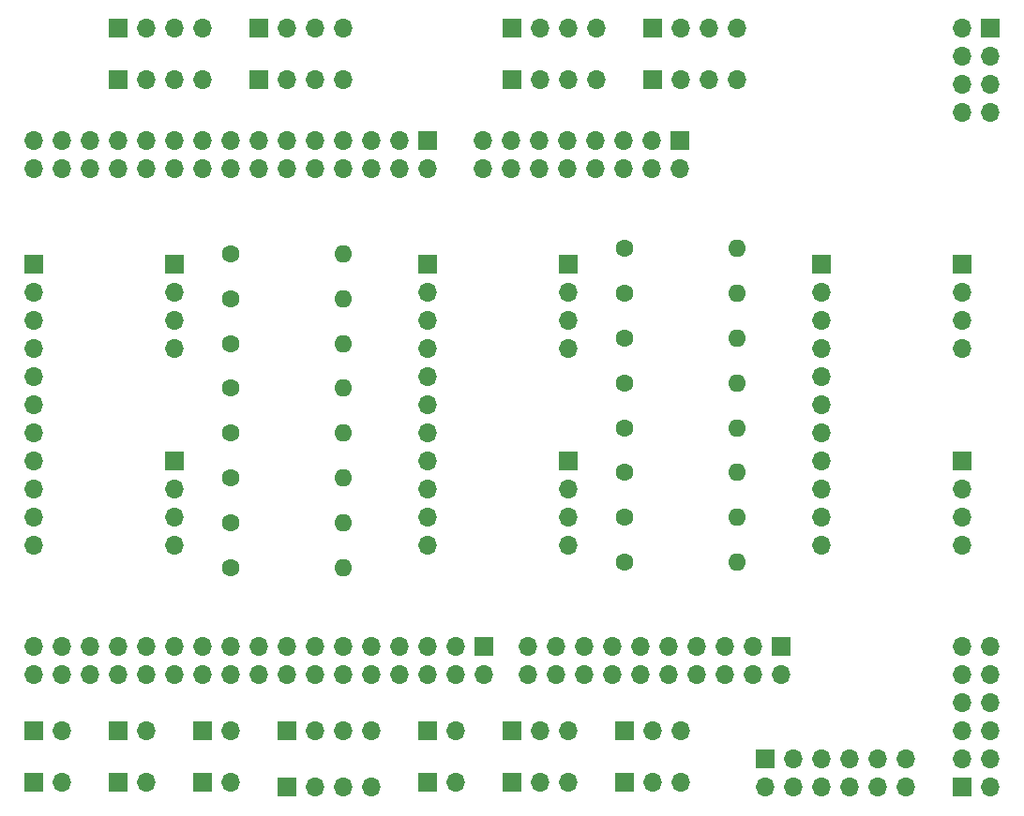
<source format=gts>
G04 #@! TF.GenerationSoftware,KiCad,Pcbnew,8.0.4*
G04 #@! TF.CreationDate,2024-11-25T17:41:29+09:00*
G04 #@! TF.ProjectId,F767ZI_MB_V1.0,46373637-5a49-45f4-9d42-5f56312e302e,rev?*
G04 #@! TF.SameCoordinates,Original*
G04 #@! TF.FileFunction,Soldermask,Top*
G04 #@! TF.FilePolarity,Negative*
%FSLAX46Y46*%
G04 Gerber Fmt 4.6, Leading zero omitted, Abs format (unit mm)*
G04 Created by KiCad (PCBNEW 8.0.4) date 2024-11-25 17:41:29*
%MOMM*%
%LPD*%
G01*
G04 APERTURE LIST*
%ADD10R,1.700000X1.700000*%
%ADD11O,1.700000X1.700000*%
%ADD12C,1.600000*%
%ADD13O,1.600000X1.600000*%
G04 APERTURE END LIST*
D10*
X91440000Y-87386000D03*
D11*
X91440000Y-89926000D03*
X91440000Y-92466000D03*
X91440000Y-95006000D03*
D10*
X162560000Y-105166000D03*
D11*
X162560000Y-107706000D03*
X162560000Y-110246000D03*
X162560000Y-112786000D03*
D10*
X93980000Y-129540000D03*
D11*
X96520000Y-129540000D03*
D10*
X121920000Y-70690000D03*
D11*
X124460000Y-70690000D03*
X127000000Y-70690000D03*
X129540000Y-70690000D03*
D10*
X144780000Y-132080000D03*
D11*
X144780000Y-134620000D03*
X147320000Y-132080000D03*
X147320000Y-134620000D03*
X149860000Y-132080000D03*
X149860000Y-134620000D03*
X152400000Y-132080000D03*
X152400000Y-134620000D03*
X154940000Y-132080000D03*
X154940000Y-134620000D03*
X157480000Y-132080000D03*
X157480000Y-134620000D03*
D12*
X96520000Y-86426000D03*
D13*
X106680000Y-86426000D03*
D10*
X121920000Y-134190000D03*
D11*
X124460000Y-134190000D03*
X127000000Y-134190000D03*
D12*
X96520000Y-102626000D03*
D13*
X106680000Y-102626000D03*
D10*
X134620000Y-66040000D03*
D11*
X137160000Y-66040000D03*
X139700000Y-66040000D03*
X142240000Y-66040000D03*
D10*
X149860000Y-87386000D03*
D11*
X149860000Y-89926000D03*
X149860000Y-92466000D03*
X149860000Y-95006000D03*
X149860000Y-97546000D03*
X149860000Y-100086000D03*
X149860000Y-102626000D03*
X149860000Y-105166000D03*
X149860000Y-107706000D03*
X149860000Y-110246000D03*
X149860000Y-112786000D03*
D10*
X86360000Y-129540000D03*
D11*
X88900000Y-129540000D03*
D10*
X121920000Y-129540000D03*
D11*
X124460000Y-129540000D03*
X127000000Y-129540000D03*
D12*
X132080000Y-106196000D03*
D13*
X142240000Y-106196000D03*
D12*
X132080000Y-98096000D03*
D13*
X142240000Y-98096000D03*
D10*
X114300000Y-134140000D03*
D11*
X116840000Y-134140000D03*
D10*
X162560000Y-134620000D03*
D11*
X165100000Y-134620000D03*
X162560000Y-132080000D03*
X165100000Y-132080000D03*
X162560000Y-129540000D03*
X165100000Y-129540000D03*
X162560000Y-127000000D03*
X165100000Y-127000000D03*
X162560000Y-124460000D03*
X165100000Y-124460000D03*
X162560000Y-121920000D03*
X165100000Y-121920000D03*
D10*
X165100000Y-66040000D03*
D11*
X162560000Y-66040000D03*
X165100000Y-68580000D03*
X162560000Y-68580000D03*
X165100000Y-71120000D03*
X162560000Y-71120000D03*
X165100000Y-73660000D03*
X162560000Y-73660000D03*
D12*
X132080000Y-102146000D03*
D13*
X142240000Y-102146000D03*
D12*
X96520000Y-106676000D03*
D13*
X106680000Y-106676000D03*
D12*
X132080000Y-110246000D03*
D13*
X142240000Y-110246000D03*
D10*
X101600000Y-134620000D03*
D11*
X104140000Y-134620000D03*
X106680000Y-134620000D03*
X109220000Y-134620000D03*
D10*
X101600000Y-129540000D03*
D11*
X104140000Y-129540000D03*
X106680000Y-129540000D03*
X109220000Y-129540000D03*
D10*
X114300000Y-87386000D03*
D11*
X114300000Y-89926000D03*
X114300000Y-92466000D03*
X114300000Y-95006000D03*
X114300000Y-97546000D03*
X114300000Y-100086000D03*
X114300000Y-102626000D03*
X114300000Y-105166000D03*
X114300000Y-107706000D03*
X114300000Y-110246000D03*
X114300000Y-112786000D03*
D10*
X86360000Y-66040000D03*
D11*
X88900000Y-66040000D03*
X91440000Y-66040000D03*
X93980000Y-66040000D03*
D12*
X132080000Y-85946000D03*
D13*
X142240000Y-85946000D03*
D12*
X96520000Y-114776000D03*
D13*
X106680000Y-114776000D03*
D10*
X121920000Y-66040000D03*
D11*
X124460000Y-66040000D03*
X127000000Y-66040000D03*
X129540000Y-66040000D03*
D12*
X96520000Y-98576000D03*
D13*
X106680000Y-98576000D03*
D10*
X99060000Y-70690000D03*
D11*
X101600000Y-70690000D03*
X104140000Y-70690000D03*
X106680000Y-70690000D03*
D10*
X127000000Y-105166000D03*
D11*
X127000000Y-107706000D03*
X127000000Y-110246000D03*
X127000000Y-112786000D03*
D10*
X162560000Y-87386000D03*
D11*
X162560000Y-89926000D03*
X162560000Y-92466000D03*
X162560000Y-95006000D03*
D10*
X134620000Y-70690000D03*
D11*
X137160000Y-70690000D03*
X139700000Y-70690000D03*
X142240000Y-70690000D03*
D10*
X91440000Y-105166000D03*
D11*
X91440000Y-107706000D03*
X91440000Y-110246000D03*
X91440000Y-112786000D03*
D12*
X132080000Y-114296000D03*
D13*
X142240000Y-114296000D03*
D12*
X132080000Y-89996000D03*
D13*
X142240000Y-89996000D03*
D12*
X96520000Y-94526000D03*
D13*
X106680000Y-94526000D03*
D10*
X93980000Y-134190000D03*
D11*
X96520000Y-134190000D03*
D10*
X86360000Y-70690000D03*
D11*
X88900000Y-70690000D03*
X91440000Y-70690000D03*
X93980000Y-70690000D03*
D10*
X132080000Y-129540000D03*
D11*
X134620000Y-129540000D03*
X137160000Y-129540000D03*
D10*
X132080000Y-134190000D03*
D11*
X134620000Y-134190000D03*
X137160000Y-134190000D03*
D10*
X78740000Y-134190000D03*
D11*
X81280000Y-134190000D03*
D10*
X86360000Y-134190000D03*
D11*
X88900000Y-134190000D03*
D12*
X96520000Y-90476000D03*
D13*
X106680000Y-90476000D03*
D10*
X78740000Y-87386000D03*
D11*
X78740000Y-89926000D03*
X78740000Y-92466000D03*
X78740000Y-95006000D03*
X78740000Y-97546000D03*
X78740000Y-100086000D03*
X78740000Y-102626000D03*
X78740000Y-105166000D03*
X78740000Y-107706000D03*
X78740000Y-110246000D03*
X78740000Y-112786000D03*
D10*
X78740000Y-129540000D03*
D11*
X81280000Y-129540000D03*
D10*
X114300000Y-129540000D03*
D11*
X116840000Y-129540000D03*
D10*
X99060000Y-66040000D03*
D11*
X101600000Y-66040000D03*
X104140000Y-66040000D03*
X106680000Y-66040000D03*
D12*
X96520000Y-110726000D03*
D13*
X106680000Y-110726000D03*
D10*
X127000000Y-87386000D03*
D11*
X127000000Y-89926000D03*
X127000000Y-92466000D03*
X127000000Y-95006000D03*
D12*
X132080000Y-94046000D03*
D13*
X142240000Y-94046000D03*
D10*
X146240000Y-121920000D03*
D11*
X146240000Y-124460000D03*
X143700000Y-121920000D03*
X143700000Y-124460000D03*
X141160000Y-121920000D03*
X141160000Y-124460000D03*
X138620000Y-121920000D03*
X138620000Y-124460000D03*
X136080000Y-121920000D03*
X136080000Y-124460000D03*
X133540000Y-121920000D03*
X133540000Y-124460000D03*
X131000000Y-121920000D03*
X131000000Y-124460000D03*
X128460000Y-121920000D03*
X128460000Y-124460000D03*
X125920000Y-121920000D03*
X125920000Y-124460000D03*
X123380000Y-121920000D03*
X123380000Y-124460000D03*
D10*
X119380000Y-121920000D03*
D11*
X119380000Y-124460000D03*
X116840000Y-121920000D03*
X116840000Y-124460000D03*
X114300000Y-121920000D03*
X114300000Y-124460000D03*
X111760000Y-121920000D03*
X111760000Y-124460000D03*
X109220000Y-121920000D03*
X109220000Y-124460000D03*
X106680000Y-121920000D03*
X106680000Y-124460000D03*
X104140000Y-121920000D03*
X104140000Y-124460000D03*
X101600000Y-121920000D03*
X101600000Y-124460000D03*
X99060000Y-121920000D03*
X99060000Y-124460000D03*
X96520000Y-121920000D03*
X96520000Y-124460000D03*
X93980000Y-121920000D03*
X93980000Y-124460000D03*
X91440000Y-121920000D03*
X91440000Y-124460000D03*
X88900000Y-121920000D03*
X88900000Y-124460000D03*
X86360000Y-121920000D03*
X86360000Y-124460000D03*
X83820000Y-121920000D03*
X83820000Y-124460000D03*
X81280000Y-121920000D03*
X81280000Y-124460000D03*
X78740000Y-121920000D03*
X78740000Y-124460000D03*
D10*
X137080000Y-76200000D03*
D11*
X137080000Y-78740000D03*
X134540000Y-76200000D03*
X134540000Y-78740000D03*
X132000000Y-76200000D03*
X132000000Y-78740000D03*
X129460000Y-76200000D03*
X129460000Y-78740000D03*
X126920000Y-76200000D03*
X126920000Y-78740000D03*
X124380000Y-76200000D03*
X124380000Y-78740000D03*
X121840000Y-76200000D03*
X121840000Y-78740000D03*
X119300000Y-76200000D03*
X119300000Y-78740000D03*
D10*
X114300000Y-76200000D03*
D11*
X114300000Y-78740000D03*
X111760000Y-76200000D03*
X111760000Y-78740000D03*
X109220000Y-76200000D03*
X109220000Y-78740000D03*
X106680000Y-76200000D03*
X106680000Y-78740000D03*
X104140000Y-76200000D03*
X104140000Y-78740000D03*
X101600000Y-76200000D03*
X101600000Y-78740000D03*
X99060000Y-76200000D03*
X99060000Y-78740000D03*
X96520000Y-76200000D03*
X96520000Y-78740000D03*
X93980000Y-76200000D03*
X93980000Y-78740000D03*
X91440000Y-76200000D03*
X91440000Y-78740000D03*
X88900000Y-76200000D03*
X88900000Y-78740000D03*
X86360000Y-76200000D03*
X86360000Y-78740000D03*
X83820000Y-76200000D03*
X83820000Y-78740000D03*
X81280000Y-76200000D03*
X81280000Y-78740000D03*
X78740000Y-76200000D03*
X78740000Y-78740000D03*
M02*

</source>
